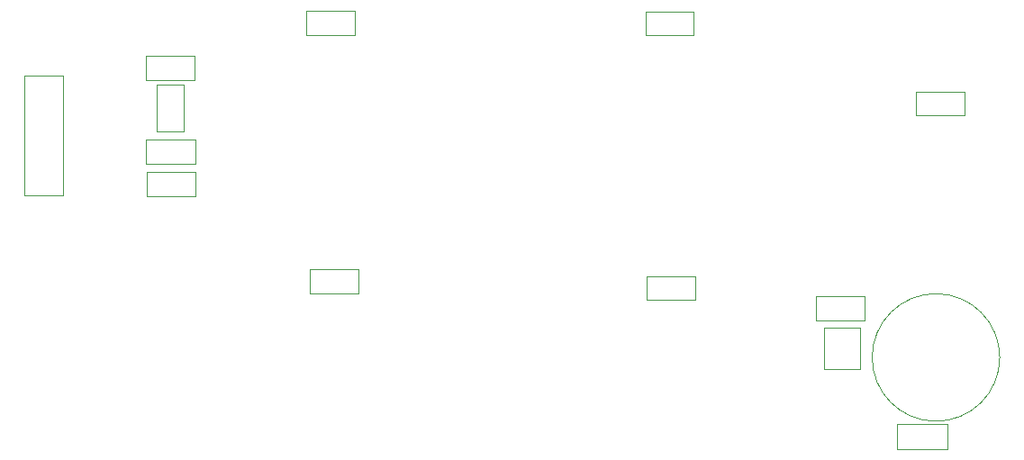
<source format=gbr>
%TF.GenerationSoftware,KiCad,Pcbnew,8.0.6*%
%TF.CreationDate,2025-07-22T18:05:31-04:00*%
%TF.ProjectId,receiver,72656365-6976-4657-922e-6b696361645f,rev?*%
%TF.SameCoordinates,Original*%
%TF.FileFunction,Other,User*%
%FSLAX46Y46*%
G04 Gerber Fmt 4.6, Leading zero omitted, Abs format (unit mm)*
G04 Created by KiCad (PCBNEW 8.0.6) date 2025-07-22 18:05:31*
%MOMM*%
%LPD*%
G01*
G04 APERTURE LIST*
%ADD10C,0.050000*%
G04 APERTURE END LIST*
D10*
%TO.C,BUZ_R2*%
X184890725Y-133913682D02*
X189450725Y-133913682D01*
X184890725Y-136153682D02*
X184890725Y-133913682D01*
X189450725Y-133913682D02*
X189450725Y-136153682D01*
X189450725Y-136153682D02*
X184890725Y-136153682D01*
%TO.C,Q1*%
X185604033Y-136899133D02*
X185604033Y-140739133D01*
X185604033Y-140739133D02*
X189004033Y-140739133D01*
X189004033Y-136899133D02*
X185604033Y-136899133D01*
X189004033Y-140739133D02*
X189004033Y-136899133D01*
%TO.C,BUZ_D1*%
X192506727Y-145959757D02*
X197206727Y-145959757D01*
X192506727Y-148259757D02*
X192506727Y-145959757D01*
X197206727Y-148259757D02*
X192506727Y-148259757D01*
X197206727Y-148259757D02*
X197206727Y-145959757D01*
%TO.C,J4*%
X110478989Y-113183887D02*
X110478989Y-124383887D01*
X110478989Y-124383887D02*
X114078989Y-124383887D01*
X114078989Y-113183887D02*
X110478989Y-113183887D01*
X114078989Y-124383887D02*
X114078989Y-113183887D01*
%TO.C,BUT_R2*%
X168954348Y-132041473D02*
X173514348Y-132041473D01*
X168954348Y-134281473D02*
X168954348Y-132041473D01*
X173514348Y-132041473D02*
X173514348Y-134281473D01*
X173514348Y-134281473D02*
X168954348Y-134281473D01*
%TO.C,LLS_R2*%
X121941495Y-122228631D02*
X126501495Y-122228631D01*
X121941495Y-124468631D02*
X121941495Y-122228631D01*
X126501495Y-122228631D02*
X126501495Y-124468631D01*
X126501495Y-124468631D02*
X121941495Y-124468631D01*
%TO.C,LLS_C2*%
X121893573Y-119183154D02*
X126493573Y-119183154D01*
X121893573Y-121483154D02*
X121893573Y-119183154D01*
X126493573Y-119183154D02*
X126493573Y-121483154D01*
X126493573Y-121483154D02*
X121893573Y-121483154D01*
%TO.C,BUZ_R1*%
X194282681Y-114648131D02*
X198842681Y-114648131D01*
X194282681Y-116888131D02*
X194282681Y-114648131D01*
X198842681Y-114648131D02*
X198842681Y-116888131D01*
X198842681Y-116888131D02*
X194282681Y-116888131D01*
%TO.C,U5*%
X122895487Y-118403423D02*
X122895487Y-113973423D01*
X125395487Y-113973423D02*
X122895487Y-113973423D01*
X125395487Y-118403423D02*
X122895487Y-118403423D01*
X125395487Y-118403423D02*
X125395487Y-113973423D01*
%TO.C,BUT_R4*%
X136933972Y-107078196D02*
X141493972Y-107078196D01*
X136933972Y-109318196D02*
X136933972Y-107078196D01*
X141493972Y-107078196D02*
X141493972Y-109318196D01*
X141493972Y-109318196D02*
X136933972Y-109318196D01*
%TO.C,BUT_R1*%
X168828196Y-107137561D02*
X173388196Y-107137561D01*
X168828196Y-109377561D02*
X168828196Y-107137561D01*
X173388196Y-107137561D02*
X173388196Y-109377561D01*
X173388196Y-109377561D02*
X168828196Y-109377561D01*
%TO.C,LLS_C1*%
X121866443Y-111329144D02*
X126466443Y-111329144D01*
X121866443Y-113629144D02*
X121866443Y-111329144D01*
X126466443Y-111329144D02*
X126466443Y-113629144D01*
X126466443Y-113629144D02*
X121866443Y-113629144D01*
%TO.C,BUT_R3*%
X137290166Y-131388451D02*
X141850166Y-131388451D01*
X137290166Y-133628451D02*
X137290166Y-131388451D01*
X141850166Y-131388451D02*
X141850166Y-133628451D01*
X141850166Y-133628451D02*
X137290166Y-133628451D01*
%TO.C,BZ1*%
X202150846Y-139669746D02*
G75*
G02*
X190150846Y-139669746I-6000000J0D01*
G01*
X190150846Y-139669746D02*
G75*
G02*
X202150846Y-139669746I6000000J0D01*
G01*
%TD*%
M02*

</source>
